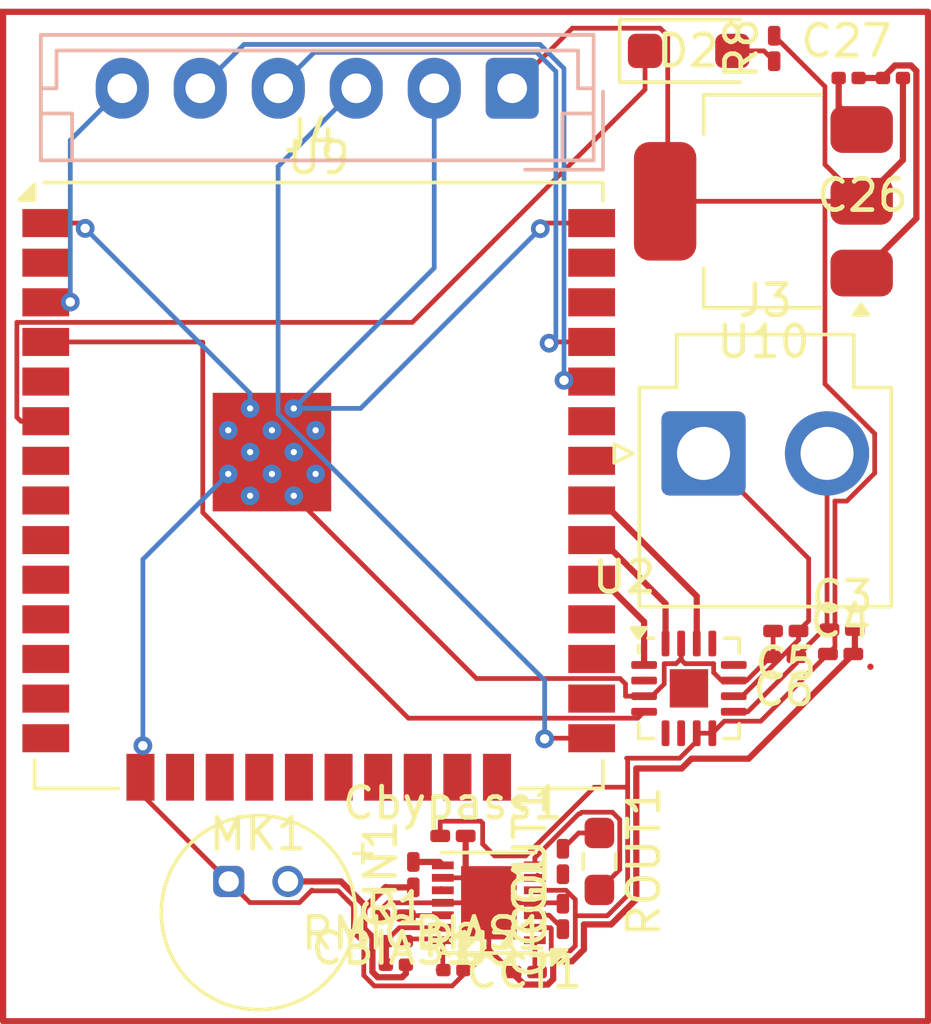
<source format=kicad_pcb>
(kicad_pcb (version 20241229) (generator "pcbnew") (generator_version "9.0")
  (layers (0 "F.Cu" signal) (2 "B.Cu" signal) (13 "F.Paste" user) (15 "B.Paste" user) (5 "F.SilkS" user "F.Silkscreen") (7 "B.SilkS" user "B.Silkscreen") (1 "F.Mask" user) (3 "B.Mask" user) (25 "Edge.Cuts" user))
  (net 0 "")
  (net 1 "+3V3")
  (net 2 "GND")
  (net 3 "Net-(J3-Pin_1)")
  (net 4 "Net-(J3-Pin_2)")
  (net 5 "+5V")
  (net 6 "Net-(U10-GND)")
  (net 7 "Net-(U3-BIAS)")
  (net 8 "Net-(U3-CG)")
  (net 9 "Net-(U3-CT)")
  (net 10 "Net-(U3-MICIN)")
  (net 11 "Net-(MK1-+)")
  (net 12 "Net-(U3-MICOUT)")
  (net 13 "/IO34")
  (net 14 "Net-(D2-A)")
  (net 15 "/IO0")
  (net 16 "/EN")
  (net 17 "/RXD0")
  (net 18 "/TXD0")
  (net 19 "Net-(U3-TH)")
  (net 20 "Net-(U3-MICBIAS)")
  (net 24 "BCLK")
  (net 26 "VP")
  (net 27 "DIN")
  (net 29 "LRCLK")
  (net 32 "/IO32")
  (net 34 "/IO16")
  (net 35 "/IO2")
  (net 38 "/IO13")
  (net 39 "/IO12")
  (net 40 "/IO33")
  (net 41 "/IO17")
  (net 45 "/IO23")
  (net 46 "/IO4")
  (net 47 "/IO22")
  (net 48 "/IO21")
  (net 49 "/IO27")
  (net 50 "/IO35")
  (net 51 "/IO14")
  (net 53 "/IO15")
  (net 54 "/IO25")
  (net 55 "/IO26")
  (net 56 "Net-(COUT1-Pad2)")
  (net 57 "/IO39")
  (footprint "Connector_JST:JST_VH_B2P-VH-B_1x02_P3.96mm_Vertical" (layer "F.Cu") (at 127.4028 87.85187)
    (property "Reference" "J3" (at 1.98 -4.9 0) (layer "F.SilkS"))
    (property "Value" "Speaker")
    (fp_line (start -2.86 -0.3) (end -2.26 0) (stroke (width 0.12)) (layer "F.SilkS"))
    (fp_line (start -2.86 0.3) (end -2.86 -0.3) (stroke (width 0.12)) (layer "F.SilkS"))
    (fp_line (start -2.26 0) (end -2.86 0.3) (stroke (width 0.12)) (layer "F.SilkS"))
    (fp_line (start -2.06 -2.11) (end -0.86 -2.11) (stroke (width 0.12)) (layer "F.SilkS"))
    (fp_line (start -2.06 4.91) (end -2.06 -2.11) (stroke (width 0.12)) (layer "F.SilkS"))
    (fp_line (start -0.86 -3.81) (end 4.82 -3.81) (stroke (width 0.12)) (layer "F.SilkS"))
    (fp_line (start -0.86 -2.11) (end -0.86 -3.81) (stroke (width 0.12)) (layer "F.SilkS"))
    (fp_line (start 4.82 -3.81) (end 4.82 -2.11) (stroke (width 0.12)) (layer "F.SilkS"))
    (fp_line (start 4.82 -2.11) (end 6.02 -2.11) (stroke (width 0.12)) (layer "F.SilkS"))
    (fp_line (start 6.02 -2.11) (end 6.02 4.91) (stroke (width 0.12)) (layer "F.SilkS"))
    (fp_line (start 6.02 4.91) (end -2.06 4.91) (stroke (width 0.12)) (layer "F.SilkS"))
    (pad "1" thru_hole roundrect (at 0 0) (size 2.7 2.7) (drill 1.7) (layers "*.Cu" "*.Mask") (roundrect_rratio 0.092593) (net 3 "Net-(J3-Pin_1)"))
    (pad "2" thru_hole circle (at 3.96 0) (size 2.7 2.7) (drill 1.7) (layers "*.Cu" "*.Mask") (net 4 "Net-(J3-Pin_2)"))
  )
  (footprint "Capacitor_SMD:C_0201_0603Metric_Pad0.64x0.40mm_HandSolder" (layer "F.Cu") (at 122.895 102.6912 90)
    (property "Reference" "CCG1" (at 0 -1.05 90) (layer "F.SilkS"))
    (property "Value" "2.2µF")
    (pad "1" smd roundrect (at -0.4075 0 90) (size 0.635 0.4) (layers "F.Cu" "F.Mask") (net 8 "Net-(U3-CG)"))
    (pad "2" smd roundrect (at 0.4075 0 90) (size 0.635 0.4) (layers "F.Cu" "F.Mask") (net 2 "GND"))
  )
  (footprint "Capacitor_SMD:C_0201_0603Metric_Pad0.64x0.40mm_HandSolder" (layer "F.Cu") (at 118.1 101.3525 90)
    (property "Reference" "CIN1" (at 0 -1.05 90) (layer "F.SilkS"))
    (property "Value" "0.1µF")
    (pad "1" smd roundrect (at -0.4075 0 90) (size 0.635 0.4) (layers "F.Cu" "F.Mask") (net 11 "Net-(MK1-+)"))
    (pad "2" smd roundrect (at 0.4075 0 90) (size 0.635 0.4) (layers "F.Cu" "F.Mask") (net 10 "Net-(U3-MICIN)"))
  )
  (footprint "Capacitor_SMD:C_0201_0603Metric_Pad0.64x0.40mm_HandSolder" (layer "F.Cu") (at 131.7975 94.28)
    (property "Reference" "C4" (at 0 -1.05 0) (layer "F.SilkS"))
    (property "Value" "0.1µF")
    (pad "1" smd roundrect (at -0.4075 0) (size 0.635 0.4) (layers "F.Cu" "F.Mask") (net 1 "+3V3"))
    (pad "2" smd roundrect (at 0.4075 0) (size 0.635 0.4) (layers "F.Cu" "F.Mask") (net 2 "GND"))
  )
  (footprint "Package_TO_SOT_SMD:SOT-223-3_TabPin2" (layer "F.Cu") (at 129.3228 79.77187 180)
    (property "Reference" "U10" (at 0 -4.5 0) (layer "F.SilkS"))
    (property "Value" "AMS1117-3.3")
    (fp_line (start 1.91 3.41) (end 1.91 2.15) (stroke (width 0.12)) (layer "F.SilkS"))
    (fp_line (start 1.91 -3.41) (end 1.91 -2.15) (stroke (width 0.12)) (layer "F.SilkS"))
    (fp_line (start -1.85 3.41) (end 1.91 3.41) (stroke (width 0.12)) (layer "F.SilkS"))
    (fp_line (start -1.85 -3.41) (end 1.91 -3.41) (stroke (width 0.12)) (layer "F.SilkS"))
    (fp_poly (pts (xy -3.13 -3.31) (xy -3.37 -3.64) (xy -2.89 -3.64) (xy -3.13 -3.31)) (stroke (width 0.12)) (fill yes) (layer "F.SilkS"))
    (pad "1" smd roundrect (at -3.15 -2.3 180) (size 2 1.5) (layers "F.Cu" "F.Mask" "F.Paste") (net 6 "Net-(U10-GND)"))
    (pad "2" smd roundrect (at -3.15 0 180) (size 2 1.5) (layers "F.Cu" "F.Mask" "F.Paste") (net 1 "+3V3"))
    (pad "2" smd roundrect (at 3.15 0 180) (size 2 3.8) (layers "F.Cu" "F.Mask" "F.Paste") (net 1 "+3V3"))
    (pad "3" smd roundrect (at -3.15 2.3 180) (size 2 1.5) (layers "F.Cu" "F.Mask" "F.Paste") (net 5 "+5V"))
  )
  (footprint "Resistor_SMD:R_0603_1608Metric_Pad0.98x0.95mm_HandSolder" (layer "F.Cu") (at 124.065 100.9287 -90)
    (property "Reference" "ROUT1" (at 0 -1.43 90) (layer "F.SilkS"))
    (property "Value" "10k")
    (fp_line (start -0.254724 0.5225) (end 0.254724 0.5225) (stroke (width 0.12)) (layer "F.SilkS"))
    (fp_line (start -0.254724 -0.5225) (end 0.254724 -0.5225) (stroke (width 0.12)) (layer "F.SilkS"))
    (pad "1" smd roundrect (at -0.9125 0 270) (size 0.975 0.95) (layers "F.Cu" "F.Mask" "F.Paste") (net 56 "Net-(COUT1-Pad2)"))
    (pad "2" smd roundrect (at 0.9125 0 270) (size 0.975 0.95) (layers "F.Cu" "F.Mask" "F.Paste") (net 2 "GND"))
  )
  (footprint "Resistor_SMD:R_0201_0603Metric" (layer "F.Cu") (at 117.54 104.24)
    (property "Reference" "RMICBIAS1" (at 0.9112 -1.005 0) (layer "F.SilkS"))
    (property "Value" "2.21kΩ")
    (pad "1" smd roundrect (at -0.32 0) (size 0.46 0.4) (layers "F.Cu" "F.Mask") (net 20 "Net-(U3-MICBIAS)"))
    (pad "2" smd roundrect (at 0.32 0) (size 0.46 0.4) (layers "F.Cu" "F.Mask") (net 11 "Net-(MK1-+)"))
  )
  (footprint "Capacitor_SMD:C_0201_0603Metric_Pad0.64x0.40mm_HandSolder" (layer "F.Cu") (at 131.8475 93.5)
    (property "Reference" "C3" (at 0 -1.05 0) (layer "F.SilkS"))
    (property "Value" "10µF")
    (pad "1" smd roundrect (at -0.4075 0) (size 0.635 0.4) (layers "F.Cu" "F.Mask") (net 1 "+3V3"))
    (pad "2" smd roundrect (at 0.4075 0) (size 0.635 0.4) (layers "F.Cu" "F.Mask") (net 2 "GND"))
  )
  (footprint "Diode_SMD:D_SOD-123F" (layer "F.Cu") (at 126.9278 74.95187)
    (property "Reference" "D2" (at -0.0225 0 0) (layer "F.SilkS"))
    (property "Value" "D_Photo")
    (fp_line (start -2.21 -1) (end -2.21 1) (stroke (width 0.12)) (layer "F.SilkS"))
    (fp_line (start -2.21 -1) (end 1.65 -1) (stroke (width 0.12)) (layer "F.SilkS"))
    (fp_line (start -2.21 1) (end 1.65 1) (stroke (width 0.12)) (layer "F.SilkS"))
    (pad "1" smd roundrect (at -1.4 0) (size 1.1 1.1) (layers "F.Cu" "F.Mask" "F.Paste") (roundrect_rratio 0.2272727273) (net 13 "/IO34"))
    (pad "2" smd roundrect (at 1.4 0) (size 1.1 1.1) (layers "F.Cu" "F.Mask" "F.Paste") (roundrect_rratio 0.2272727273) (net 14 "Net-(D2-A)"))
  )
  (footprint "Capacitor_SMD:C_0201_0603Metric_Pad0.64x0.40mm_HandSolder" (layer "F.Cu") (at 122.895 100.9312 90)
    (property "Reference" "COUT1" (at 0 -1.05 90) (layer "F.SilkS"))
    (property "Value" "1µF")
    (pad "1" smd roundrect (at -0.4075 0 90) (size 0.635 0.4) (layers "F.Cu" "F.Mask") (net 12 "Net-(U3-MICOUT)"))
    (pad "2" smd roundrect (at 0.4075 0 90) (size 0.635 0.4) (layers "F.Cu" "F.Mask") (net 56 "Net-(COUT1-Pad2)"))
  )
  (footprint "RF_Module:ESP32-WROOM-32UE" (layer "F.Cu") (at 115.0675 88.88)
    (property "Reference" "U9" (at 0 -10.5 0) (layer "F.SilkS"))
    (property "Value" "ESP32-WROOM-32UE")
    (fp_line (start -9.11 8.81) (end -9.11 9.71) (stroke (width 0.12)) (layer "F.SilkS"))
    (fp_line (start -9.11 9.71) (end -6.425 9.71) (stroke (width 0.12)) (layer "F.SilkS"))
    (fp_line (start -8.8 -9.71) (end 9.11 -9.71) (stroke (width 0.12)) (layer "F.SilkS"))
    (fp_line (start 6.425 9.71) (end 9.11 9.71) (stroke (width 0.12)) (layer "F.SilkS"))
    (fp_line (start 9.11 -9.71) (end 9.11 -9.12) (stroke (width 0.12)) (layer "F.SilkS"))
    (fp_line (start 9.11 8.81) (end 9.11 9.71) (stroke (width 0.12)) (layer "F.SilkS"))
    (fp_poly (pts (xy -9.11 -9.15) (xy -9.61 -9.15) (xy -9.11 -9.65) (xy -9.11 -9.15)) (stroke (width 0.12)) (fill yes) (layer "F.SilkS"))
    (pad "1" smd rect (at -8.75 -8.41) (size 1.5 0.9) (layers "F.Cu" "F.Mask" "F.Paste") (net 2 "GND"))
    (pad "2" smd rect (at -8.75 -7.14) (size 1.5 0.9) (layers "F.Cu" "F.Mask" "F.Paste"))
    (pad "3" smd rect (at -8.75 -5.87) (size 1.5 0.9) (layers "F.Cu" "F.Mask" "F.Paste") (net 16 "/EN"))
    (pad "4" smd rect (at -8.75 -4.6) (size 1.5 0.9) (layers "F.Cu" "F.Mask" "F.Paste") (net 26 "VP"))
    (pad "5" smd rect (at -8.75 -3.33) (size 1.5 0.9) (layers "F.Cu" "F.Mask" "F.Paste") (net 57 "/IO39"))
    (pad "6" smd rect (at -8.75 -2.06) (size 1.5 0.9) (layers "F.Cu" "F.Mask" "F.Paste") (net 13 "/IO34"))
    (pad "7" smd rect (at -8.75 -0.79) (size 1.5 0.9) (layers "F.Cu" "F.Mask" "F.Paste") (net 50 "/IO35"))
    (pad "8" smd rect (at -8.75 0.48) (size 1.5 0.9) (layers "F.Cu" "F.Mask" "F.Paste") (net 32 "/IO32"))
    (pad "9" smd rect (at -8.75 1.75) (size 1.5 0.9) (layers "F.Cu" "F.Mask" "F.Paste") (net 40 "/IO33"))
    (pad "10" smd rect (at -8.75 3.02) (size 1.5 0.9) (layers "F.Cu" "F.Mask" "F.Paste") (net 54 "/IO25"))
    (pad "11" smd rect (at -8.75 4.29) (size 1.5 0.9) (layers "F.Cu" "F.Mask" "F.Paste") (net 55 "/IO26"))
    (pad "12" smd rect (at -8.75 5.56) (size 1.5 0.9) (layers "F.Cu" "F.Mask" "F.Paste") (net 49 "/IO27"))
    (pad "13" smd rect (at -8.75 6.83) (size 1.5 0.9) (layers "F.Cu" "F.Mask" "F.Paste") (net 51 "/IO14"))
    (pad "14" smd rect (at -8.75 8.1) (size 1.5 0.9) (layers "F.Cu" "F.Mask" "F.Paste") (net 39 "/IO12"))
    (pad "15" smd rect (at -5.715 9.35 90) (size 1.5 0.9) (layers "F.Cu" "F.Mask" "F.Paste") (net 2 "GND"))
    (pad "16" smd rect (at -4.445 9.35 90) (size 1.5 0.9) (layers "F.Cu" "F.Mask" "F.Paste") (net 38 "/IO13"))
    (pad "17" smd rect (at -3.175 9.35 90) (size 1.5 0.9) (layers "F.Cu" "F.Mask" "F.Paste"))
    (pad "18" smd rect (at -1.905 9.35 90) (size 1.5 0.9) (layers "F.Cu" "F.Mask" "F.Paste"))
    (pad "19" smd rect (at -0.635 9.35 90) (size 1.5 0.9) (layers "F.Cu" "F.Mask" "F.Paste"))
    (pad "20" smd rect (at 0.635 9.35 90) (size 1.5 0.9) (layers "F.Cu" "F.Mask" "F.Paste"))
    (pad "21" smd rect (at 1.905 9.35 90) (size 1.5 0.9) (layers "F.Cu" "F.Mask" "F.Paste"))
    (pad "22" smd rect (at 3.175 9.35 90) (size 1.5 0.9) (layers "F.Cu" "F.Mask" "F.Paste"))
    (pad "23" smd rect (at 4.445 9.35 90) (size 1.5 0.9) (layers "F.Cu" "F.Mask" "F.Paste") (net 53 "/IO15"))
    (pad "24" smd rect (at 5.715 9.35 90) (size 1.5 0.9) (layers "F.Cu" "F.Mask" "F.Paste") (net 35 "/IO2"))
    (pad "25" smd rect (at 8.75 8.1) (size 1.5 0.9) (layers "F.Cu" "F.Mask" "F.Paste") (net 15 "/IO0"))
    (pad "26" smd rect (at 8.75 6.83) (size 1.5 0.9) (layers "F.Cu" "F.Mask" "F.Paste") (net 46 "/IO4"))
    (pad "27" smd rect (at 8.75 5.56) (size 1.5 0.9) (layers "F.Cu" "F.Mask" "F.Paste") (net 34 "/IO16"))
    (pad "28" smd rect (at 8.75 4.29) (size 1.5 0.9) (layers "F.Cu" "F.Mask" "F.Paste") (net 41 "/IO17"))
    (pad "29" smd rect (at 8.75 3.02) (size 1.5 0.9) (layers "F.Cu" "F.Mask" "F.Paste") (net 27 "DIN"))
    (pad "30" smd rect (at 8.75 1.75) (size 1.5 0.9) (layers "F.Cu" "F.Mask" "F.Paste") (net 24 "BCLK"))
    (pad "31" smd rect (at 8.75 0.48) (size 1.5 0.9) (layers "F.Cu" "F.Mask" "F.Paste") (net 29 "LRCLK"))
    (pad "32" smd rect (at 8.75 -0.79) (size 1.5 0.9) (layers "F.Cu" "F.Mask" "F.Paste"))
    (pad "33" smd rect (at 8.75 -2.06) (size 1.5 0.9) (layers "F.Cu" "F.Mask" "F.Paste") (net 48 "/IO21"))
    (pad "34" smd rect (at 8.75 -3.33) (size 1.5 0.9) (layers "F.Cu" "F.Mask" "F.Paste") (net 17 "/RXD0"))
    (pad "35" smd rect (at 8.75 -4.6) (size 1.5 0.9) (layers "F.Cu" "F.Mask" "F.Paste") (net 18 "/TXD0"))
    (pad "36" smd rect (at 8.75 -5.87) (size 1.5 0.9) (layers "F.Cu" "F.Mask" "F.Paste") (net 47 "/IO22"))
    (pad "37" smd rect (at 8.75 -7.14) (size 1.5 0.9) (layers "F.Cu" "F.Mask" "F.Paste") (net 45 "/IO23"))
    (pad "38" smd rect (at 8.75 -8.41) (size 1.5 0.9) (layers "F.Cu" "F.Mask" "F.Paste") (net 2 "GND"))
    (pad "39" smd rect (at -2.9 -2.47) (size 0.9 0.9) (layers "F.Cu" "F.Paste") (net 2 "GND"))
    (pad "39" thru_hole circle (at -2.9 -1.77) (size 0.6 0.6) (drill 0.2) (property pad_prop_heatsink) (layers "*.Cu" "F.Mask") (net 2 "GND"))
    (pad "39" smd rect (at -2.9 -1.07) (size 0.9 0.9) (layers "F.Cu" "F.Paste") (net 2 "GND"))
    (pad "39" thru_hole circle (at -2.9 -0.37) (size 0.6 0.6) (drill 0.2) (property pad_prop_heatsink) (layers "*.Cu" "F.Mask") (net 2 "GND"))
    (pad "39" smd rect (at -2.9 0.33) (size 0.9 0.9) (layers "F.Cu" "F.Paste") (net 2 "GND"))
    (pad "39" thru_hole circle (at -2.2 -2.47) (size 0.6 0.6) (drill 0.2) (property pad_prop_heatsink) (layers "*.Cu" "F.Mask") (net 2 "GND"))
    (pad "39" thru_hole circle (at -2.2 -1.07) (size 0.6 0.6) (drill 0.2) (property pad_prop_heatsink) (layers "*.Cu" "F.Mask") (net 2 "GND"))
    (pad "39" thru_hole circle (at -2.2 0.33) (size 0.6 0.6) (drill 0.2) (property pad_prop_heatsink) (layers "*.Cu" "F.Mask") (net 2 "GND"))
    (pad "39" smd rect (at -1.5 -2.47) (size 0.9 0.9) (layers "F.Cu" "F.Paste") (net 2 "GND"))
    (pad "39" thru_hole circle (at -1.5 -1.77) (size 0.6 0.6) (drill 0.2) (property pad_prop_heatsink) (layers "*.Cu" "F.Mask") (net 2 "GND"))
    (pad "39" smd rect (at -1.5 -1.07) (size 0.9 0.9) (layers "F.Cu" "F.Paste") (net 2 "GND"))
    (pad "39" smd rect (at -1.5 -1.07) (size 3.8 3.8) (property pad_prop_heatsink) (layers "F.Cu" "F.Mask") (net 2 "GND"))
    (pad "39" thru_hole circle (at -1.5 -0.37) (size 0.6 0.6) (drill 0.2) (property pad_prop_heatsink) (layers "*.Cu" "F.Mask") (net 2 "GND"))
    (pad "39" smd rect (at -1.5 0.33) (size 0.9 0.9) (layers "F.Cu" "F.Paste") (net 2 "GND"))
    (pad "39" thru_hole circle (at -0.8 -2.47) (size 0.6 0.6) (drill 0.2) (property pad_prop_heatsink) (layers "*.Cu" "F.Mask") (net 2 "GND"))
    (pad "39" thru_hole circle (at -0.8 -1.07) (size 0.6 0.6) (drill 0.2) (property pad_prop_heatsink) (layers "*.Cu" "F.Mask") (net 2 "GND"))
    (pad "39" thru_hole circle (at -0.8 0.33) (size 0.6 0.6) (drill 0.2) (property pad_prop_heatsink) (layers "*.Cu" "F.Mask") (net 2 "GND"))
    (pad "39" smd rect (at -0.1 -2.47) (size 0.9 0.9) (layers "F.Cu" "F.Paste") (net 2 "GND"))
    (pad "39" thru_hole circle (at -0.1 -1.77) (size 0.6 0.6) (drill 0.2) (property pad_prop_heatsink) (layers "*.Cu" "F.Mask") (net 2 "GND"))
    (pad "39" smd rect (at -0.1 -1.07) (size 0.9 0.9) (layers "F.Cu" "F.Paste") (net 2 "GND"))
    (pad "39" thru_hole circle (at -0.1 -0.37) (size 0.6 0.6) (drill 0.2) (property pad_prop_heatsink) (layers "*.Cu" "F.Mask") (net 2 "GND"))
    (pad "39" smd rect (at -0.1 0.33) (size 0.9 0.9) (layers "F.Cu" "F.Paste") (net 2 "GND"))
  )
  (footprint "Capacitor_SMD:C_0201_0603Metric" (layer "F.Cu") (at 133.475 75.82 180)
    (property "Reference" "C27" (at 1.48813 1.1828 0) (layer "F.SilkS"))
    (property "Value" "10µF")
    (pad "1" smd roundrect (at -0.32 0 180) (size 0.46 0.4) (layers "F.Cu" "F.Mask") (net 1 "+3V3"))
    (pad "2" smd roundrect (at 0.32 0 180) (size 0.46 0.4) (layers "F.Cu" "F.Mask") (net 6 "Net-(U10-GND)"))
  )
  (footprint "Resistor_SMD:R_0201_0603Metric" (layer "F.Cu") (at 117.54 103.4837)
    (property "Reference" "R1" (at 0 -1.05 0) (layer "F.SilkS"))
    (property "Value" "150kΩ")
    (pad "1" smd roundrect (at -0.32 0) (size 0.46 0.4) (layers "F.Cu" "F.Mask") (net 20 "Net-(U3-MICBIAS)"))
    (pad "2" smd roundrect (at 0.32 0) (size 0.46 0.4) (layers "F.Cu" "F.Mask") (net 19 "Net-(U3-TH)"))
  )
  (footprint "Resistor_SMD:R_0201_0603Metric" (layer "F.Cu") (at 119.385 104.41)
    (property "Reference" "R2" (at 0 -0.93 0) (layer "F.SilkS"))
    (property "Value" "100kΩ")
    (pad "1" smd roundrect (at -0.32 0) (size 0.46 0.4) (layers "F.Cu" "F.Mask") (net 19 "Net-(U3-TH)"))
    (pad "2" smd roundrect (at 0.32 0) (size 0.46 0.4) (layers "F.Cu" "F.Mask") (net 2 "GND"))
  )
  (footprint "Capacitor_SMD:C_0201_0603Metric_Pad0.64x0.40mm_HandSolder" (layer "F.Cu") (at 130.0403 93.54187 180)
    (property "Reference" "C5" (at 0 -1.05 0) (layer "F.SilkS"))
    (property "Value" "220pF")
    (pad "1" smd roundrect (at -0.4075 0 180) (size 0.635 0.4) (layers "F.Cu" "F.Mask") (net 3 "Net-(J3-Pin_1)"))
    (pad "2" smd roundrect (at 0.4075 0 180) (size 0.635 0.4) (layers "F.Cu" "F.Mask") (net 2 "GND"))
  )
  (footprint "Resistor_SMD:R_0201_0603Metric_Pad0.64x0.40mm_HandSolder" (layer "F.Cu") (at 129.6678 74.87437 90)
    (property "Reference" "R8" (at 0 -1.05 90) (layer "F.SilkS"))
    (property "Value" "560")
    (pad "1" smd roundrect (at -0.4075 0 90) (size 0.635 0.4) (layers "F.Cu" "F.Mask") (net 14 "Net-(D2-A)"))
    (pad "2" smd roundrect (at 0.4075 0 90) (size 0.635 0.4) (layers "F.Cu" "F.Mask") (net 1 "+3V3"))
  )
  (footprint "Sensor_Audio:POM-2244P-C3310-2-R" (layer "F.Cu") (at 112.1825 101.57)
    (property "Reference" "MK1" (at 0.935 -1.5163 0) (layer "F.SilkS"))
    (property "Value" "Microphone")
    (fp_line (start 4.3 -1.2) (end 4.3 -0.6) (stroke (width 0.12)) (layer "F.SilkS"))
    (fp_line (start 4.3 -0.9) (end 4 -0.9) (stroke (width 0.12)) (layer "F.SilkS"))
    (fp_line (start 4.3 -0.9) (end 4.6 -0.9) (stroke (width 0.12)) (layer "F.SilkS"))
    (fp_circle (center 0.95 1) (end 4.06 1) (stroke (width 0.12)) (fill no) (layer "F.SilkS"))
    (pad "1" thru_hole roundrect (at 0 0) (size 1 1) (drill 0.65) (layers "*.Cu" "*.Mask") (net 2 "GND"))
    (pad "2" thru_hole circle (at 1.9 0) (size 1 1) (drill 0.65) (layers "*.Cu" "*.Mask") (net 11 "Net-(MK1-+)"))
  )
  (footprint "Capacitor_SMD:C_0201_0603Metric" (layer "F.Cu") (at 132.055 75.82)
    (property "Reference" "C26" (at 0.43813 3.7628 0) (layer "F.SilkS"))
    (property "Value" "0.1µF")
    (pad "1" smd roundrect (at -0.32 0) (size 0.46 0.4) (layers "F.Cu" "F.Mask") (net 5 "+5V"))
    (pad "2" smd roundrect (at 0.32 0) (size 0.46 0.4) (layers "F.Cu" "F.Mask") (net 6 "Net-(U10-GND)"))
  )
  (footprint "Package_DFN_QFN:DFN-14-1EP_3x3mm_P0.4mm_EP1.78x2.35mm" (layer "F.Cu") (at 120.52 102.2537 180)
    (property "Reference" "U3" (at 0.02 -1.4863 0) (layer "F.SilkS"))
    (property "Value" "MAX9814")
    (fp_line (start -1.5 1.61) (end 1.5 1.61) (stroke (width 0.12)) (layer "F.SilkS"))
    (fp_line (start -1.5 -1.61) (end 1.5 -1.61) (stroke (width 0.12)) (layer "F.SilkS"))
    (fp_poly (pts (xy -2.01 -1.51) (xy -2.49 -1.51) (xy -2.01 -1.99) (xy -2.01 -1.51)) (stroke (width 0.12)) (fill yes) (layer "F.SilkS"))
    (pad "1" smd rect (at -1.475 -1.2 180) (size 0.7 0.25) (layers "F.Cu" "F.Mask" "F.Paste") (net 9 "Net-(U3-CT)"))
    (pad "2" smd rect (at -1.475 -0.8 180) (size 0.7 0.25) (layers "F.Cu" "F.Mask" "F.Paste") (net 1 "+3V3"))
    (pad "3" smd rect (at -1.475 -0.4 180) (size 0.7 0.25) (layers "F.Cu" "F.Mask" "F.Paste") (net 8 "Net-(U3-CG)"))
    (pad "4" smd rect (at -1.475 0 180) (size 0.7 0.25) (layers "F.Cu" "F.Mask" "F.Paste") (net 2 "GND"))
    (pad "5" smd rect (at -1.475 0.4 180) (size 0.7 0.25) (layers "F.Cu" "F.Mask" "F.Paste") (net 1 "+3V3"))
    (pad "6" smd rect (at -1.475 0.8 180) (size 0.7 0.25) (layers "F.Cu" "F.Mask" "F.Paste") (net 12 "Net-(U3-MICOUT)"))
    (pad "7" smd rect (at -1.475 1.2 180) (size 0.7 0.25) (layers "F.Cu" "F.Mask" "F.Paste") (net 2 "GND"))
    (pad "8" smd rect (at 1.475 1.2 180) (size 0.7 0.25) (layers "F.Cu" "F.Mask" "F.Paste") (net 10 "Net-(U3-MICIN)"))
    (pad "9" smd rect (at 1.475 0.8 180) (size 0.7 0.25) (layers "F.Cu" "F.Mask" "F.Paste") (net 2 "GND"))
    (pad "10" smd rect (at 1.475 0.4 180) (size 0.7 0.25) (layers "F.Cu" "F.Mask" "F.Paste") (net 1 "+3V3"))
    (pad "11" smd rect (at 1.475 0 180) (size 0.7 0.25) (layers "F.Cu" "F.Mask" "F.Paste") (net 2 "GND"))
    (pad "12" smd rect (at 1.475 -0.4 180) (size 0.7 0.25) (layers "F.Cu" "F.Mask" "F.Paste") (net 7 "Net-(U3-BIAS)"))
    (pad "13" smd rect (at 1.475 -0.8 180) (size 0.7 0.25) (layers "F.Cu" "F.Mask" "F.Paste") (net 20 "Net-(U3-MICBIAS)"))
    (pad "14" smd rect (at 1.475 -1.2 180) (size 0.7 0.25) (layers "F.Cu" "F.Mask" "F.Paste") (net 19 "Net-(U3-TH)"))
    (pad "15" smd rect (at 0 0 180) (size 1.78 2.35) (layers "F.Cu" "F.Mask") (net 2 "GND"))
  )
  (footprint "Capacitor_SMD:C_0201_0603Metric_Pad0.64x0.40mm_HandSolder" (layer "F.Cu") (at 119.37 100.11)
    (property "Reference" "Cbypass1" (at 0 -1.05 0) (layer "F.SilkS"))
    (property "Value" "1µF")
    (pad "1" smd roundrect (at -0.4075 0) (size 0.635 0.4) (layers "F.Cu" "F.Mask") (net 1 "+3V3"))
    (pad "2" smd roundrect (at 0.4075 0) (size 0.635 0.4) (layers "F.Cu" "F.Mask") (net 2 "GND"))
  )
  (footprint "Capacitor_SMD:C_0201_0603Metric_Pad0.64x0.40mm_HandSolder" (layer "F.Cu") (at 117.4525 102.6637 180)
    (property "Reference" "CBIAS1" (at 0 -1.05 0) (layer "F.SilkS"))
    (property "Value" "0.47µF")
    (pad "1" smd roundrect (at -0.4075 0 180) (size 0.635 0.4) (layers "F.Cu" "F.Mask") (net 7 "Net-(U3-BIAS)"))
    (pad "2" smd roundrect (at 0.4075 0 180) (size 0.635 0.4) (layers "F.Cu" "F.Mask") (net 2 "GND"))
  )
  (footprint "Capacitor_SMD:C_0201_0603Metric_Pad0.64x0.40mm_HandSolder" (layer "F.Cu") (at 129.9728 94.37187 180)
    (property "Reference" "C6" (at 0 -1.05 0) (layer "F.SilkS"))
    (property "Value" "220pF")
    (pad "1" smd roundrect (at -0.4075 0 180) (size 0.635 0.4) (layers "F.Cu" "F.Mask") (net 4 "Net-(J3-Pin_2)"))
    (pad "2" smd roundrect (at 0.4075 0 180) (size 0.635 0.4) (layers "F.Cu" "F.Mask") (net 2 "GND"))
  )
  (footprint "Capacitor_SMD:C_0201_0603Metric_Pad0.64x0.40mm_HandSolder" (layer "F.Cu") (at 121.6575 104.4737 180)
    (property "Reference" "CCT1" (at 0 0 0) (layer "F.SilkS"))
    (property "Value" "470nF")
    (pad "1" smd roundrect (at -0.4075 0 180) (size 0.635 0.4) (layers "F.Cu" "F.Mask") (net 9 "Net-(U3-CT)"))
    (pad "2" smd roundrect (at 0.4075 0 180) (size 0.635 0.4) (layers "F.Cu" "F.Mask") (net 2 "GND"))
  )
  (footprint "Package_DFN_QFN:TQFN-16-1EP_3x3mm_P0.5mm_EP1.23x1.23mm" (layer "F.Cu") (at 126.9353 95.38187)
    (property "Reference" "U2" (at -2.0725 -3.57 0) (layer "F.SilkS"))
    (property "Value" "MAX98357A")
    (fp_line (start -1.61 -1.135) (end -1.61 -1.37) (stroke (width 0.12)) (layer "F.SilkS"))
    (fp_line (start -1.61 1.61) (end -1.61 1.135) (stroke (width 0.12)) (layer "F.SilkS"))
    (fp_line (start -1.135 -1.61) (end -1.31 -1.61) (stroke (width 0.12)) (layer "F.SilkS"))
    (fp_line (start -1.135 1.61) (end -1.61 1.61) (stroke (width 0.12)) (layer "F.SilkS"))
    (fp_line (start 1.135 -1.61) (end 1.61 -1.61) (stroke (width 0.12)) (layer "F.SilkS"))
    (fp_line (start 1.135 1.61) (end 1.61 1.61) (stroke (width 0.12)) (layer "F.SilkS"))
    (fp_line (start 1.61 -1.61) (end 1.61 -1.135) (stroke (width 0.12)) (layer "F.SilkS"))
    (fp_line (start 1.61 1.61) (end 1.61 1.135) (stroke (width 0.12)) (layer "F.SilkS"))
    (fp_poly (pts (xy -1.61 -1.61) (xy -1.85 -1.94) (xy -1.37 -1.94)) (stroke (width 0.12)) (fill yes) (layer "F.SilkS"))
    (pad "1" smd roundrect (at -1.4375 -0.75) (size 0.825 0.25) (layers "F.Cu" "F.Mask" "F.Paste") (net 27 "DIN"))
    (pad "2" smd roundrect (at -1.4375 -0.25) (size 0.825 0.25) (layers "F.Cu" "F.Mask" "F.Paste"))
    (pad "3" smd roundrect (at -1.4375 0.25) (size 0.825 0.25) (layers "F.Cu" "F.Mask" "F.Paste") (net 2 "GND"))
    (pad "4" smd roundrect (at -1.4375 0.75) (size 0.825 0.25) (layers "F.Cu" "F.Mask" "F.Paste") (net 26 "VP"))
    (pad "5" smd roundrect (at -0.75 1.4375) (size 0.25 0.825) (layers "F.Cu" "F.Mask" "F.Paste"))
    (pad "6" smd roundrect (at -0.25 1.4375) (size 0.25 0.825) (layers "F.Cu" "F.Mask" "F.Paste"))
    (pad "7" smd roundrect (at 0.25 1.4375) (size 0.25 0.825) (layers "F.Cu" "F.Mask" "F.Paste") (net 1 "+3V3"))
    (pad "8" smd roundrect (at 0.75 1.4375) (size 0.25 0.825) (layers "F.Cu" "F.Mask" "F.Paste") (net 1 "+3V3"))
    (pad "9" smd roundrect (at 1.4375 0.75) (size 0.825 0.25) (layers "F.Cu" "F.Mask" "F.Paste") (net 4 "Net-(J3-Pin_2)"))
    (pad "10" smd roundrect (at 1.4375 0.25) (size 0.825 0.25) (layers "F.Cu" "F.Mask" "F.Paste") (net 3 "Net-(J3-Pin_1)"))
    (pad "11" smd roundrect (at 1.4375 -0.25) (size 0.825 0.25) (layers "F.Cu" "F.Mask" "F.Paste") (net 2 "GND"))
    (pad "12" smd roundrect (at 1.4375 -0.75) (size 0.825 0.25) (layers "F.Cu" "F.Mask" "F.Paste"))
    (pad "13" smd roundrect (at 0.75 -1.4375) (size 0.25 0.825) (layers "F.Cu" "F.Mask" "F.Paste"))
    (pad "14" smd roundrect (at 0.25 -1.4375) (size 0.25 0.825) (layers "F.Cu" "F.Mask" "F.Paste") (net 29 "LRCLK"))
    (pad "15" smd roundrect (at -0.25 -1.4375) (size 0.25 0.825) (layers "F.Cu" "F.Mask" "F.Paste") (net 2 "GND"))
    (pad "16" smd roundrect (at -0.75 -1.4375) (size 0.25 0.825) (layers "F.Cu" "F.Mask" "F.Paste") (net 24 "BCLK"))
    (pad "17" smd rect (at 0 0) (size 1.23 1.23) (property pad_prop_heatsink) (layers "F.Cu" "F.Mask"))
  )
  (footprint "Connector_JST:JST_EH_B6B-EH-A_1x06_P2.50mm_Vertical" (layer "B.Cu") (at 121.27 76.15 180)
    (property "Reference" "J4" (at 6.47 -1.53 0) (layer "F.SilkS"))
    (property "Value" "Conn_01x06_Pin")
    (fp_line (start 15.11 1.71) (end -2.61 1.71) (stroke (width 0.12)) (layer "B.SilkS"))
    (fp_line (start 15.11 -0.81) (end 14.11 -0.81) (stroke (width 0.12)) (layer "B.SilkS"))
    (fp_line (start 15.11 -2.31) (end 15.11 1.71) (stroke (width 0.12)) (layer "B.SilkS"))
    (fp_line (start 14.61 1.21) (end 14.61 0) (stroke (width 0.12)) (layer "B.SilkS"))
    (fp_line (start 14.61 0) (end 15.11 0) (stroke (width 0.12)) (layer "B.SilkS"))
    (fp_line (start 14.11 -0.81) (end 14.11 -2.31) (stroke (width 0.12)) (layer "B.SilkS"))
    (fp_line (start -1.61 -0.81) (end -1.61 -2.31) (stroke (width 0.12)) (layer "B.SilkS"))
    (fp_line (start -2.11 1.21) (end 14.61 1.21) (stroke (width 0.12)) (layer "B.SilkS"))
    (fp_line (start -2.11 0) (end -2.11 1.21) (stroke (width 0.12)) (layer "B.SilkS"))
    (fp_line (start -2.61 1.71) (end -2.61 -2.31) (stroke (width 0.12)) (layer "B.SilkS"))
    (fp_line (start -2.61 0) (end -2.11 0) (stroke (width 0.12)) (layer "B.SilkS"))
    (fp_line (start -2.61 -0.81) (end -1.61 -0.81) (stroke (width 0.12)) (layer "B.SilkS"))
    (fp_line (start -2.61 -2.31) (end 15.11 -2.31) (stroke (width 0.12)) (layer "B.SilkS"))
    (fp_line (start -2.91 -0.11) (end -2.91 -2.61) (stroke (width 0.12)) (layer "B.SilkS"))
    (fp_line (start -2.91 -2.61) (end -0.41 -2.61) (stroke (width 0.12)) (layer "B.SilkS"))
    (pad "1" thru_hole roundrect (at 0 0 180) (size 1.7 1.95) (drill 0.95) (layers "*.Cu" "*.Mask") (roundrect_rratio 0.147059) (net 1 "+3V3"))
    (pad "2" thru_hole oval (at 2.5 0 180) (size 1.7 1.95) (drill 0.95) (layers "*.Cu" "*.Mask") (net 2 "GND"))
    (pad "3" thru_hole oval (at 5 0 180) (size 1.7 1.95) (drill 0.95) (layers "*.Cu" "*.Mask") (net 15 "/IO0"))
    (pad "4" thru_hole oval (at 7.5 0 180) (size 1.7 1.95) (drill 0.95) (layers "*.Cu" "*.Mask") (net 18 "/TXD0"))
    (pad "5" thru_hole oval (at 10 0 180) (size 1.7 1.95) (drill 0.95) (layers "*.Cu" "*.Mask") (net 17 "/RXD0"))
    (pad "6" thru_hole oval (at 12.5 0 180) (size 1.7 1.95) (drill 0.95) (layers "*.Cu" "*.Mask") (net 16 "/EN"))
  )
  (gr_rect (start 104.95 73.7) (end 134.6 106.05) (stroke (width 0.2)) (fill no) (layer "F.Cu"))
  (segment (start 120.26 99.64) (end 118.99 99.64) (width 0.1524) (layer "F.Cu") (net 1))
  (segment (start 126.255 79.68967) (end 126.255 74.467992) (width 0.1524) (layer "F.Cu") (net 1))
  (segment (start 123.132592 103.7934) (end 122.5597 103.7934) (width 0.1524) (layer "F.Cu") (net 1))
  (segment (start 123.2922 103.2237) (end 123.2922 103.633792) (width 0.1524) (layer "F.Cu") (net 1))
  (segment (start 132.89 88.484457) (end 132.89 87.22) (width 0.1524) (layer "F.Cu") (net 1))
  (segment (start 131.2956 79.83627) (end 131.36 79.77187) (width 0.1524) (layer "F.Cu") (net 1))
  (segment (start 118.98 99.63) (end 118.9625 99.6475) (width 0.1524) (layer "F.Cu") (net 1))
  (segment (start 122.5222 103.0785) (end 122.4974 103.0537) (width 0.1524) (layer "F.Cu") (net 1))
  (segment (start 123.2922 102.148608) (end 123.2922 102.67) (width 0.1524) (layer "F.Cu") (net 1))
  (segment (start 131.995387 89.37907) (end 132.89 88.484457) (width 0.1524) (layer "F.Cu") (net 1))
  (segment (start 131.6162 89.37907) (end 131.995387 89.37907) (width 0.1524) (layer "F.Cu") (net 1))
  (segment (start 119.045 101.8537) (end 118.9844 101.7931) (width 0.1524) (layer "F.Cu") (net 1))
  (segment (start 131.2956 78.59467) (end 132.4728 79.77187) (width 0.1524) (layer "F.Cu") (net 1))
  (segment (start 126.1728 79.77187) (end 126.255 79.68967) (width 0.1524) (layer "F.Cu") (net 1))
  (segment (start 122.5222 103.7559) (end 122.5222 103.0785) (width 0.1524) (layer "F.Cu") (net 1))
  (segment (start 131.6162 93.7) (end 131.6162 89.37907) (width 0.1524) (layer "F.Cu") (net 1))
  (segment (start 123.2922 103.633792) (end 123.132592 103.7934) (width 0.1524) (layer "F.Cu") (net 1))
  (segment (start 127.1853 97.0747) (end 126.64 97.62) (width 0.1524) (layer "F.Cu") (net 1))
  (segment (start 118.9625 99.6475) (end 118.9625 100.11) (width 0.1524) (layer "F.Cu") (net 1))
  (segment (start 133.795 78.44967) (end 132.4728 79.77187) (width 0.2) (layer "F.Cu") (net 1))
  (segment (start 121.995 101.8537) (end 122.997292 101.8537) (width 0.1524) (layer "F.Cu") (net 1))
  (segment (start 131.6162 94.0538) (end 131.39 94.28) (width 0.1524) (layer "F.Cu") (net 1))
  (segment (start 132.0428 79.77187) (end 131.36 79.77187) (width 0.1524) (layer "F.Cu") (net 1))
  (segment (start 122.4974 103.0537) (end 121.995 103.0537) (width 0.1524) (layer "F.Cu") (net 1))
  (segment (start 131.2956 85.6256) (end 131.2956 79.83627) (width 0.1524) (layer "F.Cu") (net 1))
  (segment (start 132.89 87.22) (end 131.2956 85.6256) (width 0.1524) (layer "F.Cu") (net 1))
  (segment (start 127.1853 96.81937) (end 127.6853 96.81937) (width 0.1524) (layer "F.Cu") (net 1))
  (segment (start 132.0628 79.77187) (end 132.0528 79.76187) (width 0.1524) (layer "F.Cu") (net 1))
  (segment (start 132.0528 79.76187) (end 132.0428 79.77187) (width 0.1524) (layer "F.Cu") (net 1))
  (segment (start 131.36 79.77187) (end 126.1728 79.77187) (width 0.1524) (layer "F.Cu") (net 1))
  (segment (start 124.9706 98.55) (end 124.9706 102.016156) (width 0.1524) (layer "F.Cu") (net 1))
  (segment (start 131.6162 93.848262) (end 131.6162 93.7) (width 0.1524) (layer "F.Cu") (net 1))
  (segment (start 131.6162 93.7) (end 131.6162 94.0538) (width 0.1524) (layer "F.Cu") (net 1))
  (segment (start 128.0706 96.43407) (end 129.23593 96.43407) (width 0.1524) (layer "F.Cu") (net 1))
  (segment (start 120.322062 100.37) (end 120.703562 100.7515) (width 0.1524) (layer "F.Cu") (net 1))
  (segment (start 131.2956 76.09467) (end 131.2956 78.59467) (width 0.1524) (layer "F.Cu") (net 1))
  (segment (start 120.322062 99.702062) (end 120.26 99.64) (width 0.1524) (layer "F.Cu") (net 1))
  (segment (start 124.9706 97.6506) (end 124.9706 98.55) (width 0.1524) (layer "F.Cu") (net 1))
  (segment (start 126.64 97.62) (end 124.94 97.62) (width 0.1524) (layer "F.Cu") (net 1))
  (segment (start 121.699046 100.7515) (end 123.900546 98.55) (width 0.1524) (layer "F.Cu") (net 1))
  (segment (start 129.6678 74.46687) (end 131.2956 76.09467) (width 0.1524) (layer "F.Cu") (net 1))
  (segment (start 132.8628 79.38187) (end 132.4728 79.77187) (width 0.1524) (layer "F.Cu") (net 1))
  (segment (start 123.19533 74.22467) (end 121.27 76.15) (width 0.1524) (layer "F.Cu") (net 1))
  (segment (start 122.997292 101.8537) (end 123.2922 102.148608) (width 0.1524) (layer "F.Cu") (net 1))
  (segment (start 118.99 99.64) (end 118.98 99.63) (width 0.1524) (layer "F.Cu") (net 1))
  (segment (start 120.703562 100.7515) (end 121.699046 100.7515) (width 0.1524) (layer "F.Cu") (net 1))
  (segment (start 123.900546 98.55) (end 124.9706 98.55) (width 0.1524) (layer "F.Cu") (net 1))
  (segment (start 123.2922 102.67) (end 123.2922 103.2237) (width 0.1524) (layer "F.Cu") (net 1))
  (segment (start 126.255 74.467992) (end 126.011678 74.22467) (width 0.1524) (layer "F.Cu") (net 1))
  (segment (start 124.9706 102.016156) (end 124.316756 102.67) (width 0.1524) (layer "F.Cu") (net 1))
  (segment (start 126.011678 74.22467) (end 123.19533 74.22467) (width 0.1524) (layer "F.Cu") (net 1))
  (segment (start 133.795 75.82) (end 133.795 78.44967) (width 0.2) (layer "F.Cu") (net 1))
  (segment (start 120.322062 100.37) (end 120.322062 99.702062) (width 0.1524) (layer "F.Cu") (net 1))
  (segment (start 129.23593 96.43407) (end 131.39 94.28) (width 0.1524) (layer "F.Cu") (net 1))
  (segment (start 122.5597 103.7934) (end 122.5222 103.7559) (width 0.1524) (layer "F.Cu") (net 1))
  (segment (start 124.316756 102.67) (end 123.2922 102.67) (width 0.1524) (layer "F.Cu") (net 1))
  (segment (start 132.4728 79.77187) (end 132.0628 79.77187) (width 0.1524) (layer "F.Cu") (net 1))
  (segment (start 124.94 97.62) (end 124.9706 97.6506) (width 0.1524) (layer "F.Cu") (net 1))
  (segment (start 127.6853 96.81937) (end 128.0706 96.43407) (width 0.1524) (layer "F.Cu") (net 1))
  (segment (start 127.1853 96.81937) (end 127.1853 97.0747) (width 0.1524) (layer "F.Cu") (net 1))
  (segment (start 129.6328 94.284369) (end 129.555299 94.36187) (width 0.1524) (layer "F.Cu") (net 2))
  (segment (start 116.84773 104.9182) (end 119.3455 104.9182) (width 0.1524) (layer "F.Cu") (net 2))
  (segment (start 119.045 102.2537) (end 117.2774 102.2537) (width 0.1524) (layer "F.Cu") (net 2))
  (segment (start 124.7172 101.189) (end 124.7172 99.587844) (width 0.1524) (layer "F.Cu") (net 2))
  (segment (start 114.45 102.2472) (end 114.85 101.8472) (width 0.1524) (layer "F.Cu") (net 2))
  (segment (start 116.5118 104.58227) (end 116.84773 104.9182) (width 0.1524) (layer "F.Cu") (net 2))
  (segment (start 126.1431 95.23979) (end 125.75102 95.63187) (width 0.1524) (layer "F.Cu") (net 2))
  (segment (start 126.6853 93.94437) (end 126.6853 94.42937) (width 0.1524) (layer "F.Cu") (net 2))
  (segment (start 129.6328 93.54187) (end 129.6328 94.284369) (width 0.1524) (layer "F.Cu") (net 2))
  (segment (start 119.7775 101.5112) (end 120.52 102.2537) (width 0.2) (layer "F.Cu") (net 2))
  (segment (start 119.705 104.41) (end 119.8537 104.41) (width 0.2) (layer "F.Cu") (net 2))
  (segment (start 128.84899 97.63601) (end 127.01601 97.63601) (width 0.2) (layer "F.Cu") (net 2))
  (segment (start 119.045 101.4537) (end 119.72 101.4537) (width 0.1524) (layer "F.Cu") (net 2))
  (segment (start 126.525 94.58967) (end 126.1431 94.58967) (width 0.1524) (layer "F.Cu") (net 2))
  (segment (start 112.1825 101.57) (end 112.8597 102.2472) (width 0.1524) (layer "F.Cu") (net 2))
  (segment (start 128.785299 95.13187) (end 129.5553 94.361869) (width 0.1524) (layer "F.Cu") (net 2))
  (segment (start 122.74 102.2537) (end 121.995 102.2537) (width 0.1524) (layer "F.Cu") (net 2))
  (segment (start 107.41 80.47) (end 107.58 80.64) (width 0.1524) (layer "F.Cu") (net 2))
  (segment (start 123.4972 99.3515) (end 123.445 99.4037) (width 0.1524) (layer "F.Cu") (net 2))
  (segment (start 122.5835 104.70115) (end 122.40995 104.8747) (width 0.2) (layer "F.Cu") (net 2))
  (segment (start 127.7275 94.87657) (end 127.9828 95.13187) (width 0.1524) (layer "F.Cu") (net 2))
  (segment (start 117.045 102.4861) (end 117.045 102.6637) (width 0.1524) (layer "F.Cu") (net 2))
  (segment (start 126.6853 93.94437) (end 126.6853 94.46437) (width 0.1524) (layer "F.Cu") (net 2))
  (segment (start 124.7172 99.587844) (end 124.480856 99.3515) (width 0.1524) (layer "F.Cu") (net 2))
  (segment (start 116.17899 102.36101) (end 116.17899 103.19719) (width 0.1524) (layer "F.Cu") (net 2))
  (segment (start 124.480856 99.3515) (end 123.4972 99.3515) (width 0.1524) (layer "F.Cu") (net 2))
  (segment (start 122.57 104.13) (end 122.5835 104.1435) (width 0.2) (layer "F.Cu") (net 2))
  (segment (start 121.25 104.4737) (end 120.52 103.7437) (width 0.1524) (layer "F.Cu") (net 2))
  (segment (start 126.6853 94.46437) (end 126.8106 94.58967) (width 0.1524) (layer "F.Cu") (net 2))
  (segment (start 119.72 101.4537) (end 120.52 102.2537) (width 0.1524) (layer "F.Cu") (net 2))
  (segment (start 132.205 94.28) (end 128.84899 97.63601) (width 0.2) (layer "F.Cu") (net 2))
  (segment (start 109.3525 97.2975) (end 109.43 97.22) (width 0.1524) (layer "F.Cu") (net 2))
  (segment (start 109.3525 98.23) (end 109.3525 97.2975) (width 0.1524) (layer "F.Cu") (net 2))
  (segment (start 126.70202 97.95) (end 125.2478 97.95) (width 0.2) (layer "F.Cu") (net 2))
  (segment (start 124.90187 95.63187) (end 124.90187 95.23997) (width 0.1524) (layer "F.Cu") (net 2))
  (segment (start 126.8106 94.58967) (end 127.7275 94.58967) (width 0.1524) (layer "F.Cu") (net 2))
  (segment (start 120.52 102.0263) (end 120.52 102.2537) (width 0.1524) (layer "F.Cu") (net 2))
  (segment (start 121.995 101.0537) (end 121.4926 101.0537) (width 0.1524) (layer "F.Cu") (net 2))
  (segment (start 122.35 80.47) (end 122.17 80.65) (width 0.1524) (layer "F.Cu") (net 2))
  (segment (start 125.75102 95.63187) (end 125.4978 95.63187) (width 0.1524) (layer "F.Cu") (net 2))
  (segment (start 127.9828 95.13187) (end 128.3728 95.13187) (width 0.1524) (layer "F.Cu") (net 2))
  (segment (start 109.3525 98.74) (end 112.1825 101.57) (width 0.1524) (layer "F.Cu") (net 2))
  (segment (start 126.6853 94.42937) (end 126.525 94.58967) (width 0.1524) (layer "F.Cu") (net 2))
  (segment (start 106.3175 80.47) (end 107.41 80.47) (width 0.1524) (layer "F.Cu") (net 2))
  (segment (start 114.85 101.8472) (end 114.8728 101.87) (width 0.1524) (layer "F.Cu") (net 2))
  (segment (start 132.7525 94.6875) (end 132.755 94.69) (width 0.2) (layer "F.Cu") (net 2))
  (segment (start 116.5118 103.53) (end 116.5118 104.58227) (width 0.1524) (layer "F.Cu") (net 2))
  (segment (start 124.065 101.8412) (end 124.7172 101.189) (width 0.1524) (layer "F.Cu") (net 2))
  (segment (start 122.925 102.4387) (end 122.74 102.2537) (width 0.1524) (layer "F.Cu") (net 2))
  (segment (start 119.93185 104.33185) (end 120.52 103.7437) (width 0.2) (layer "F.Cu") (net 2))
  (segment (start 125.4978 95.63187) (end 124.90187 95.63187) (width 0.1524) (layer "F.Cu") (net 2))
  (segment (start 122.5835 104.1435) (end 122.5835 104.70115) (width 0.2) (layer "F.Cu") (net 2))
  (segment (start 125.2478 97.95) (end 125.2478 102.1422) (width 0.2) (layer "F.Cu") (net 2))
  (segment (start 116.17899 103.19719) (end 116.5118 103.53) (width 0.1524) (layer "F.Cu") (net 2))
  (segment (start 119.3455 104.9182) (end 119.93185 104.33185) (width 0.1524) (layer "F.Cu") (net 2))
  (segment (start 123.445 99.4037) (end 123.405208 99.4037) (width 0.1524) (layer "F.Cu") (net 2))
  (segment (start 121.995 100.813908) (end 121.995 101.0537) (width 0.1524) (layer "F.Cu") (net 2))
  (segment (start 126.1431 94.58967) (end 126.1431 95.23979) (width 0.1524) (layer "F.Cu") (net 2))
  (segment (start 117.2774 102.2537) (end 117.045 102.4861) (width 0.1524) (layer "F.Cu") (net 2))
  (segment (start 123.188012 104.13) (end 122.57 104.13) (width 0.2) (layer "F.Cu") (net 2))
  (segment (start 132.255 93.5) (end 132.255 94.23) (width 0.2) (layer "F.Cu") (net 2))
  (segment (start 127.01601 97.63601) (end 126.70202 97.95) (width 0.2) (layer "F.Cu") (net 2))
  (segment (start 123.8175 80.47) (end 122.35 80.47) (width 0.1524) (layer "F.Cu") (net 2))
  (segment (start 123.5694 103.748612) (end 123.188012 104.13) (width 0.2) (layer "F.Cu") (net 2))
  (segment (start 122.40995 104.8747) (end 121.651 104.8747) (width 0.2) (layer "F.Cu") (net 2))
  (segment (start 119.7775 100.11) (end 119.7775 101.5112) (width 0.2) (layer "F.Cu") (net 2))
  (segment (start 121.4926 101.0537) (end 120.52 102.0263) (width 0.1524) (layer "F.Cu") (net 2))
  (segment (start 121.995 102.2537) (end 120.52 102.2537) (width 0.1524) (layer "F.Cu") (net 2))
  (segment (start 115.68798 101.87) (end 116.17899 102.36101) (width 0.1524) (layer "F.Cu") (net 2))
  (segment (start 114.8728 101.87) (end 115.68798 101.87) (width 0.1524) (layer "F.Cu") (net 2))
  (segment (start 120.52 103.7437) (end 120.52 102.2537) (width 0.1524) (layer "F.Cu") (net 2))
  (segment (start 128.3728 95.13187) (end 128.785299 95.13187) (width 0.1524) (layer "F.Cu") (net 2))
  (segment (start 119.8537 104.41) (end 119.93185 104.33185) (width 0.2) (layer "F.Cu") (net 2))
  (segment (start 120.1247 95.0672) (end 114.2675 89.21) (width 0.1524) (layer "F.Cu") (net 2))
  (segment (start 124.90187 95.23997) (end 124.7291 95.0672) (width 0.1524) (layer "F.Cu") (net 2))
  (segment (start 132.255 94.23) (end 132.205 94.28) (width 0.2) (layer "F.Cu") (net 2))
  (segment (start 123.5694 102.9472) (end 123.5694 103.748612) (width 0.2) (layer "F.Cu") (net 2))
  (segment (start 121.651 104.8747) (end 121.25 104.4737) (width 0.2) (layer "F.Cu") (net 2))
  (segment (start 125.2478 102.1422) (end 124.4428 102.9472) (width 0.2) (layer "F.Cu") (net 2))
  (segment (start 124.4428 102.9472) (end 123.5694 102.9472) (width 0.2) (layer "F.Cu") (net 2))
  (segment (start 112.8597 102.2472) (end 114.45 102.2472) (width 0.1524) (layer "F.Cu") (net 2))
  (segment (start 123.405208 99.4037) (end 121.995 100.813908) (width 0.1524) (layer "F.Cu") (net 2))
  (segment (start 127.7275 94.58967) (end 127.7275 94.87657) (width 0.1524) (layer "F.Cu") (net 2))
  (segment (start 124.7291 95.0672) (end 120.1247 95.0672) (width 0.1524) (layer "F.Cu") (net 2))
  (segment (start 109.3525 98.23) (end 109.3525 98.74) (width 0.1524) (layer "F.Cu") (net 2))
  (segment (start 119.045 102.2537) (end 120.52 102.2537) (width 0.1524) (layer "F.Cu") (net 2))
  (via (at 107.58 80.64) (size 0.6) (drill 0.3) (layers "F.Cu" "B.Cu") (net 2))
  (via (at 122.17 80.65) (size 0.6) (drill 0.3) (layers "F.Cu" "B.Cu") (net 2))
  (via (at 109.43 97.22) (size 0.6) (drill 0.3) (layers "F.Cu" "B.Cu") (net 2))
  (segment (start 114.2675 86.41) (end 116.41 86.41) (width 0.1524) (layer "B.Cu") (net 2))
  (segment (start 107.58 80.64) (end 107.5 80.56) (width 0.1524) (layer "B.Cu") (net 2))
  (segment (start 118.77 76.15) (end 118.77 81.9075) (width 0.1524) (layer "B.Cu") (net 2))
  (segment (start 116.41 86.41) (end 122.17 80.65) (width 0.1524) (layer "B.Cu") (net 2))
  (segment (start 112.8675 86.41) (end 112.8675 85.9275) (width 0.1524) (layer "B.Cu") (net 2))
  (segment (start 112.1675 88.51) (end 109.43 91.2475) (width 0.1524) (layer "B.Cu") (net 2))
  (segment (start 118.77 81.9075) (end 114.2675 86.41) (width 0.1524) (layer "B.Cu") (net 2))
  (segment (start 112.8675 85.9275) (end 107.58 80.64) (width 0.1524) (layer "B.Cu") (net 2))
  (segment (start 109.43 91.2475) (end 109.43 97.22) (width 0.1524) (layer "B.Cu") (net 2))
  (segment (start 128.643661 95.63187) (end 128.3728 95.63187) (width 0.1524) (layer "F.Cu") (net 3))
  (segment (start 130.4478 93.54187) (end 130.7728 93.21687) (width 0.1524) (layer "F.Cu") (net 3))
  (segment (start 130.4478 93.54187) (end 130.4478 93.827731) (width 0.1524) (layer "F.Cu") (net 3))
  (segment (start 130.7728 91.22187) (end 127.4028 87.85187) (width 0.1524) (layer "F.Cu") (net 3))
  (segment (start 130.4478 93.827731) (end 128.643661 95.63187) (width 0.1524) (layer "F.Cu") (net 3))
  (segment (start 130.7728 93.21687) (end 130.7728 91.22187) (width 0.1524) (layer "F.Cu") (net 3))
  (segment (start 131.3628 87.85187) (end 131.0728 88.14187) (width 0.1524) (layer "F.Cu") (net 4))
  (segment (start 131.3628 93.38937) (end 130.3803 94.37187) (width 0.1524) (layer "F.Cu") (net 4))
  (segment (start 130.3803 94.571869) (end 128.820299 96.13187) (width 0.1524) (layer "F.Cu") (net 4))
  (segment (start 128.820299 96.13187) (end 128.3728 96.13187) (width 0.1524) (layer "F.Cu") (net 4))
  (segment (start 130.3803 94.37187) (end 130.3803 94.571869) (width 0.1524) (layer "F.Cu") (net 4))
  (segment (start 131.3628 87.85187) (end 131.3628 93.38937) (width 0.1524) (layer "F.Cu") (net 4))
  (segment (start 131.735 75.82) (end 131.735 76.73407) (width 0.2) (layer "F.Cu") (net 5))
  (segment (start 133.0828 76.86187) (end 132.4728 77.47187) (width 0.1524) (layer "F.Cu") (net 5))
  (segment (start 131.735 76.73407) (end 132.4728 77.47187) (width 0.2) (layer "F.Cu") (net 5))
  (segment (start 133.53755 75.419) (end 134.05245 75.419) (width 0.2) (layer "F.Cu") (net 6))
  (segment (start 134.226 80.31867) (end 132.4728 82.07187) (width 0.2) (layer "F.Cu") (net 6))
  (segment (start 133.155 75.80155) (end 133.53755 75.419) (width 0.2) (layer "F.Cu") (net 6))
  (segment (start 134.05245 75.419) (end 134.226 75.59255) (width 0.2) (layer "F.Cu") (net 6))
  (segment (start 133.155 75.82) (end 133.155 75.80155) (width 0.2) (layer "F.Cu") (net 6))
  (segment (start 132.375 75.82) (end 133.155 75.82) (width 0.2) (layer "F.Cu") (net 6))
  (segment (start 134.226 75.59255) (end 134.226 80.31867) (width 0.2) (layer "F.Cu") (net 6))
  (segment (start 119.035 102.6637) (end 119.045 102.6537) (width 0.1524) (layer "F.Cu") (net 7))
  (segment (start 117.86 102.6637) (end 119.035 102.6637) (width 0.1524) (layer "F.Cu") (net 7))
  (segment (start 122.455762 102.6537) (end 121.995 102.6537) (width 0.1524) (layer "F.Cu") (net 8))
  (segment (start 122.895 103.0987) (end 122.895 103.092938) (width 0.1524) (layer "F.Cu") (net 8))
  (segment (start 122.895 103.092938) (end 122.455762 102.6537) (width 0.1524) (layer "F.Cu") (net 8))
  (segment (start 121.995 104.4037) (end 122.065 104.4737) (width 0.1524) (layer "F.Cu") (net 9))
  (segment (start 121.995 103.4537) (end 121.995 104.4037) (width 0.1524) (layer "F.Cu") (net 9))
  (segment (start 118.1 100.945) (end 118.9363 100.945) (width 0.2) (layer "F.Cu") (net 10))
  (segment (start 118.9363 100.945) (end 119.045 101.0537) (width 0.2) (layer "F.Cu") (net 10))
  (segment (start 117.739 104.641) (end 117.86 104.52) (width 0.2) (layer "F.Cu") (net 11))
  (segment (start 116.96255 104.641) (end 117.739 104.641) (width 0.2) (layer "F.Cu") (net 11))
  (segment (start 116.5265 103.0875) (end 116.789 103.35) (width 0.2) (layer "F.Cu") (net 11))
  (segment (start 116.586375 102.376375) (end 116.5265 102.43625) (width 0.2) (layer "F.Cu") (net 11))
  (segment (start 116.5265 102.43625) (end 116.5265 103.0875) (width 0.2) (layer "F.Cu") (net 11))
  (segment (start 117.21525 101.7475) (end 117.22775 101.76) (width 0.2) (layer "F.Cu") (net 11))
  (segment (start 117.21525 101.7475) (end 116.586375 102.376375) (width 0.2) (layer "F.Cu") (net 11))
  (segment (start 116.789 103.35) (end 116.789 104.46745) (width 0.2) (layer "F.Cu") (net 11))
  (segment (start 117.86 104.52) (end 117.86 104.24) (width 0.2) (layer "F.Cu") (net 11))
  (segment (start 117.22775 101.76) (end 118.1 101.76) (width 0.2) (layer "F.Cu") (net 11))
  (segment (start 114.0825 101.57) (end 115.78 101.57) (width 0.2) (layer "F.Cu") (net 11))
  (segment (start 115.78 101.57) (end 116.586375 102.376375) (width 0.2) (layer "F.Cu") (net 11))
  (segment (start 116.789 104.46745) (end 116.96255 104.641) (width 0.2) (layer "F.Cu") (net 11))
  (segment (start 122.0775 101.3712) (end 121.995 101.4537) (width 0.1524) (layer "F.Cu") (net 12))
  (segment (start 105.3903 86.6903) (end 105.52 86.82) (width 0.1524) (layer "F.Cu") (net 13))
  (segment (start 125.5278 76.190562) (end 118.065562 83.6528) (width 0.1524) (layer "F.Cu") (net 13))
  (segment (start 118.065562 83.6528) (end 105.3903 83.6528) (width 0.1524) (layer "F.Cu") (net 13))
  (segment (start 105.3903 83.6528) (end 105.3903 86.6903) (width 0.1524) (layer "F.Cu") (net 13))
  (segment (start 125.5278 74.95187) (end 125.5278 76.190562) (width 0.1524) (layer "F.Cu") (net 13))
  (segment (start 105.52 86.82) (end 106.3175 86.82) (width 0.1524) (layer "F.Cu") (net 13))
  (segment (start 129.3378 74.95187) (end 129.6678 75.28187) (width 0.1524) (layer "F.Cu") (net 14))
  (segment (start 128.3278 74.95187) (end 129.3378 74.95187) (width 0.1524) (layer "F.Cu") (net 14))
  (segment (start 122.33 96.98) (end 122.31 97) (width 0.1524) (layer "F.Cu") (net 15))
  (segment (start 123.8175 96.98) (end 122.33 96.98) (width 0.1524) (layer "F.Cu") (net 15))
  (via (at 122.31 97) (size 0.6) (drill 0.3) (layers "F.Cu" "B.Cu") (net 15))
  (segment (start 122.31 95.127363) (end 122.31 97) (width 0.1524) (layer "B.Cu") (net 15))
  (segment (start 113.765163 86.582526) (end 122.31 95.127363) (width 0.1524) (layer "B.Cu") (net 15))
  (segment (start 113.765163 78.654837) (end 113.765163 86.582526) (width 0.1524) (layer "B.Cu") (net 15))
  (segment (start 116.27 76.15) (end 113.765163 78.654837) (width 0.1524) (layer "B.Cu") (net 15))
  (segment (start 107.0928 83.01) (end 107.1028 83) (width 0.1524) (layer "F.Cu") (net 16))
  (segment (start 106.3175 83.01) (end 107.0928 83.01) (width 0.1524) (layer "F.Cu") (net 16))
  (via (at 107.1028 83) (size 0.6) (drill 0.3) (layers "F.Cu" "B.Cu") (net 16))
  (segment (start 107.1028 83.1928) (end 107.12 83.21) (width 0.1524) (layer "B.Cu") (net 16))
  (segment (start 108.77 76.15) (end 107.1028 77.8172) (width 0.1524) (layer "B.Cu") (net 16))
  (segment (start 107.1028 77.8172) (end 107.1028 83) (width 0.1524) (layer "B.Cu") (net 16))
  (segment (start 107.1028 83) (end 107.1028 83.1928) (width 0.1524) (layer "B.Cu") (net 16))
  (segment (start 122.97 85.55) (end 122.93 85.51) (width 0.1524) (layer "F.Cu") (net 17))
  (segment (start 123.8175 85.55) (end 122.97 85.55) (width 0.1524) (layer "F.Cu") (net 17))
  (via (at 122.93 85.51) (size 0.6) (drill 0.3) (layers "F.Cu" "B.Cu") (net 17))
  (segment (start 111.27 76.15) (end 112.6756 74.7444) (width 0.1524) (layer "B.Cu") (net 17))
  (segment (start 122.93 75.51556) (end 122.93 85.51) (width 0.1524) (layer "B.Cu") (net 17))
  (segment (start 112.6756 74.7444) (end 122.15884 74.7444) (width 0.1524) (layer "B.Cu") (net 17))
  (segment (start 122.15884 74.7444) (end 122.93 75.51556) (width 0.1524) (layer "B.Cu") (net 17))
  (segment (start 122.93 85.51) (end 122.93 85.58) (width 0.1524) (layer "B.Cu") (net 17))
  (segment (start 122.4938 84.28) (end 122.4538 84.32) (width 0.1524) (layer "F.Cu") (net 18))
  (segment (start 123.8175 84.28) (end 122.4938 84.28) (width 0.1524) (layer "F.Cu") (net 18))
  (via (at 122.4538 84.32) (size 0.6) (drill 0.3) (layers "F.Cu" "B.Cu") (net 18))
  (segment (start 122.053878 74.9978) (end 122.67 75.613922) (width 0.1524) (layer "B.Cu") (net 18))
  (segment (start 113.77 76.15) (end 114.9222 74.9978) (width 0.1524) (layer "B.Cu") (net 18))
  (segment (start 114.9222 74.9978) (end 122.053878 74.9978) (width 0.1524) (layer "B.Cu") (net 18))
  (segment (start 122.67 75.613922) (end 122.67 84.33) (width 0.1524) (layer "B.Cu") (net 18))
  (segment (start 119.045 103.4537) (end 119.045 104.2487) (width 0.1524) (layer "F.Cu") (net 19))
  (segment (start 117.93 103.4137) (end 119.005 103.4137) (width 0.1524) (layer "F.Cu") (net 19))
  (segment (start 119.005 103.4137) (end 119.045 103.4537) (width 0.1524) (layer "F.Cu") (net 19))
  (segment (start 119.045 104.2487) (end 118.89 104.4037) (width 0.1524) (layer "F.Cu") (net 19))
  (segment (start 117.65 103.0537) (end 119.045 103.0537) (width 0.1524) (layer "F.Cu") (net 20))
  (segment (start 117.1925 103.5112) (end 117.22 103.4837) (width 0.1524) (layer "F.Cu") (net 20))
  (segment (start 117.1575 103.5112) (end 117.27 103.6237) (width 0.1524) (layer "F.Cu") (net 20))
  (segment (start 117.22 103.4837) (end 117.65 103.0537) (width 0.1524) (layer "F.Cu") (net 20))
  (segment (start 117.22 104.24) (end 117.22 103.4837) (width 0.2) (layer "F.Cu") (net 20))
  (segment (start 126.1853 92.6658) (end 124.1495 90.63) (width 0.2) (layer "F.Cu") (net 24))
  (segment (start 124.1495 90.63) (end 123.8175 90.63) (width 0.2) (layer "F.Cu") (net 24))
  (segment (start 126.1853 93.94437) (end 126.1853 92.6658) (width 0.2) (layer "F.Cu") (net 24))
  (segment (start 111.27 84.28) (end 106.3175 84.28) (width 0.1524) (layer "F.Cu") (net 26))
  (segment (start 117.9403 96.3372) (end 111.35 89.7469) (width 0.1524) (layer "F.Cu") (net 26))
  (segment (start 111.35 89.7469) (end 111.35 84.29) (width 0.1524) (layer "F.Cu") (net 26))
  (segment (start 125.29247 96.3372) (end 117.9403 96.3372) (width 0.1524) (layer "F.Cu") (net 26))
  (segment (start 111.28 84.29) (end 111.27 84.28) (width 0.1524) (layer "F.Cu") (net 26))
  (segment (start 111.35 84.29) (end 111.28 84.29) (width 0.1524) (layer "F.Cu") (net 26))
  (segment (start 125.4978 96.13187) (end 125.29247 96.3372) (width 0.1524) (layer "F.Cu") (net 26))
  (segment (start 125.4978 93.2483) (end 125.4978 94.63187) (width 0.2) (layer "F.Cu") (net 27))
  (segment (start 123.8175 91.9) (end 124.1495 91.9) (width 0.2) (layer "F.Cu") (net 27))
  (segment (start 124.1495 91.9) (end 125.4978 93.2483) (width 0.2) (layer "F.Cu") (net 27))
  (segment (start 123.8175 89.36) (end 124.1175 89.36) (width 0.2) (layer "F.Cu") (net 29))
  (segment (start 124.1175 89.36) (end 127.1853 92.4278) (width 0.2) (layer "F.Cu") (net 29))
  (segment (start 127.1853 92.4278) (end 127.1853 93.94437) (width 0.2) (layer "F.Cu") (net 29))
  (segment (start 124.065 100.0162) (end 123.4025 100.0162) (width 0.1524) (layer "F.Cu") (net 56))
  (segment (start 123.4025 100.0162) (end 122.895 100.5237) (width 0.1524) (layer "F.Cu") (net 56))
)
</source>
